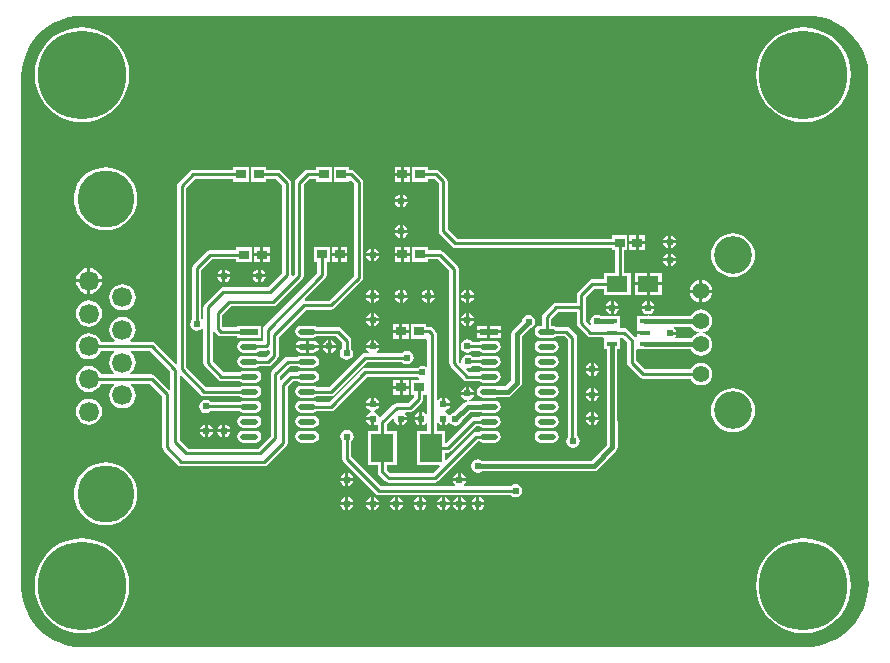
<source format=gtl>
G04*
G04 #@! TF.GenerationSoftware,Altium Limited,Altium Designer,20.1.10 (176)*
G04*
G04 Layer_Physical_Order=1*
G04 Layer_Color=255*
%FSLAX25Y25*%
%MOIN*%
G70*
G04*
G04 #@! TF.SameCoordinates,3FE8EB72-B5E6-4F20-A0E2-AFB057232DD4*
G04*
G04*
G04 #@! TF.FilePolarity,Positive*
G04*
G01*
G75*
%ADD10C,0.01000*%
%ADD15R,0.07480X0.09449*%
%ADD16R,0.05906X0.01968*%
%ADD17O,0.05906X0.01968*%
%ADD18R,0.03200X0.03000*%
%ADD19R,0.03543X0.01575*%
%ADD20R,0.07087X0.05315*%
%ADD32C,0.01500*%
%ADD33C,0.06653*%
%ADD34C,0.19000*%
%ADD35C,0.12598*%
%ADD36C,0.05512*%
%ADD37C,0.29528*%
%ADD38C,0.02400*%
G36*
X263931Y210461D02*
X266559Y210035D01*
X269109Y209271D01*
X271537Y208180D01*
X273802Y206781D01*
X275866Y205099D01*
X277692Y203161D01*
X279249Y201002D01*
X280511Y198658D01*
X281457Y196170D01*
X282070Y193579D01*
X282339Y190930D01*
X282300Y189600D01*
X282300D01*
X282300Y189106D01*
X282300Y22800D01*
X282300Y22800D01*
X282402Y21407D01*
X282239Y18619D01*
X281715Y15876D01*
X280837Y13224D01*
X279620Y10710D01*
X278085Y8377D01*
X276259Y6263D01*
X274173Y4406D01*
X271862Y2838D01*
X269366Y1584D01*
X266728Y667D01*
X263993Y102D01*
X262600Y-0D01*
Y-0D01*
X19600Y0D01*
X18266Y49D01*
X15634Y495D01*
X13083Y1280D01*
X10656Y2392D01*
X8395Y3811D01*
X6338Y5513D01*
X4522Y7469D01*
X2976Y9645D01*
X1727Y12004D01*
X797Y14506D01*
X201Y17109D01*
X-49Y19766D01*
X-0Y21100D01*
X-0D01*
X-0Y189200D01*
X0D01*
X-52Y190544D01*
X194Y193222D01*
X789Y195844D01*
X1720Y198367D01*
X2973Y200747D01*
X4526Y202943D01*
X6352Y204917D01*
X8420Y206636D01*
X10695Y208071D01*
X13137Y209196D01*
X15706Y209993D01*
X18356Y210448D01*
X19208Y210481D01*
X19700Y210500D01*
X19700Y210500D01*
X19700Y210500D01*
X262600D01*
X262600Y210500D01*
X262600Y210500D01*
X263931Y210461D01*
D02*
G37*
%LPC*%
G36*
X260700Y206612D02*
X258226Y206418D01*
X255814Y205839D01*
X253521Y204889D01*
X251406Y203593D01*
X249519Y201981D01*
X247907Y200094D01*
X246611Y197979D01*
X245661Y195686D01*
X245082Y193274D01*
X244887Y190800D01*
X245082Y188326D01*
X245661Y185914D01*
X246611Y183621D01*
X247907Y181506D01*
X249519Y179619D01*
X251406Y178007D01*
X253521Y176711D01*
X255814Y175761D01*
X258226Y175182D01*
X260700Y174987D01*
X263174Y175182D01*
X265586Y175761D01*
X267879Y176711D01*
X269994Y178007D01*
X271881Y179619D01*
X273493Y181506D01*
X274789Y183621D01*
X275739Y185914D01*
X276318Y188326D01*
X276513Y190800D01*
X276318Y193274D01*
X275739Y195686D01*
X274789Y197979D01*
X273493Y200094D01*
X271881Y201981D01*
X269994Y203593D01*
X267879Y204889D01*
X265586Y205839D01*
X263174Y206418D01*
X260700Y206612D01*
D02*
G37*
G36*
X20200D02*
X17726Y206418D01*
X15314Y205839D01*
X13021Y204889D01*
X10906Y203593D01*
X9019Y201981D01*
X7407Y200094D01*
X6111Y197979D01*
X5161Y195686D01*
X4582Y193274D01*
X4388Y190800D01*
X4582Y188326D01*
X5161Y185914D01*
X6111Y183621D01*
X7407Y181506D01*
X9019Y179619D01*
X10906Y178007D01*
X13021Y176711D01*
X15314Y175761D01*
X17726Y175182D01*
X20200Y174987D01*
X22674Y175182D01*
X25086Y175761D01*
X27379Y176711D01*
X29494Y178007D01*
X31381Y179619D01*
X32993Y181506D01*
X34289Y183621D01*
X35239Y185914D01*
X35818Y188326D01*
X36013Y190800D01*
X35818Y193274D01*
X35239Y195686D01*
X34289Y197979D01*
X32993Y200094D01*
X31381Y201981D01*
X29494Y203593D01*
X27379Y204889D01*
X25086Y205839D01*
X22674Y206418D01*
X20200Y206612D01*
D02*
G37*
G36*
X129597Y160196D02*
X127497D01*
Y158196D01*
X129597D01*
Y160196D01*
D02*
G37*
G36*
X126497D02*
X124397D01*
Y158196D01*
X126497D01*
Y160196D01*
D02*
G37*
G36*
X129597Y157196D02*
X127497D01*
Y155196D01*
X129597D01*
Y157196D01*
D02*
G37*
G36*
X126497D02*
X124397D01*
Y155196D01*
X126497D01*
Y157196D01*
D02*
G37*
G36*
X75797Y160196D02*
X70597D01*
Y159226D01*
X57297D01*
X56712Y159109D01*
X56216Y158778D01*
X52316Y154878D01*
X51984Y154382D01*
X51868Y153796D01*
Y94648D01*
X51406Y94457D01*
X44482Y101381D01*
X43985Y101713D01*
X43400Y101829D01*
X42104D01*
X42072Y101823D01*
X36492D01*
X36322Y102323D01*
X36774Y102670D01*
X37468Y103574D01*
X37904Y104627D01*
X38052Y105756D01*
X37904Y106886D01*
X37468Y107938D01*
X36774Y108842D01*
X35870Y109536D01*
X34818Y109972D01*
X33688Y110120D01*
X32559Y109972D01*
X31506Y109536D01*
X30602Y108842D01*
X29909Y107938D01*
X29473Y106886D01*
X29324Y105756D01*
X29473Y104627D01*
X29909Y103574D01*
X30602Y102670D01*
X31055Y102323D01*
X30885Y101823D01*
X26560D01*
X26286Y102485D01*
X25592Y103389D01*
X24688Y104083D01*
X23636Y104519D01*
X22506Y104667D01*
X21377Y104519D01*
X20324Y104083D01*
X19421Y103389D01*
X18727Y102485D01*
X18291Y101433D01*
X18142Y100303D01*
X18291Y99174D01*
X18727Y98121D01*
X19421Y97217D01*
X20324Y96524D01*
X21377Y96088D01*
X22506Y95939D01*
X23636Y96088D01*
X24688Y96524D01*
X25592Y97217D01*
X26286Y98121D01*
X26552Y98764D01*
X30861D01*
X31030Y98264D01*
X30602Y97936D01*
X29909Y97032D01*
X29473Y95980D01*
X29324Y94850D01*
X29473Y93721D01*
X29909Y92668D01*
X30602Y91764D01*
X31044Y91426D01*
X30874Y90926D01*
X26557D01*
X26286Y91579D01*
X25592Y92483D01*
X24688Y93177D01*
X23636Y93613D01*
X22506Y93761D01*
X21377Y93613D01*
X20324Y93177D01*
X19421Y92483D01*
X18727Y91579D01*
X18291Y90527D01*
X18142Y89397D01*
X18291Y88268D01*
X18727Y87215D01*
X19421Y86311D01*
X20324Y85618D01*
X21377Y85182D01*
X22506Y85033D01*
X23636Y85182D01*
X24688Y85618D01*
X25592Y86311D01*
X26286Y87215D01*
X26556Y87867D01*
X30870D01*
X31040Y87367D01*
X30602Y87031D01*
X29909Y86127D01*
X29473Y85075D01*
X29324Y83945D01*
X29473Y82816D01*
X29909Y81763D01*
X30602Y80859D01*
X31506Y80166D01*
X32559Y79730D01*
X33688Y79581D01*
X34818Y79730D01*
X35870Y80166D01*
X36774Y80859D01*
X37468Y81763D01*
X37904Y82816D01*
X38052Y83945D01*
X37904Y85075D01*
X37468Y86127D01*
X36774Y87031D01*
X36337Y87367D01*
X36506Y87867D01*
X42764D01*
X46968Y83663D01*
Y66600D01*
X47084Y66015D01*
X47416Y65519D01*
X52220Y60715D01*
X52716Y60383D01*
X53301Y60267D01*
X80997D01*
X81583Y60383D01*
X82079Y60715D01*
X88279Y66915D01*
X88610Y67411D01*
X88727Y67996D01*
Y86863D01*
X90531Y88667D01*
X92038D01*
X92546Y88327D01*
X93320Y88173D01*
X97257D01*
X98031Y88327D01*
X98688Y88766D01*
X99126Y89422D01*
X99280Y90196D01*
X99126Y90970D01*
X98688Y91627D01*
X98031Y92065D01*
X97257Y92219D01*
X93320D01*
X92546Y92065D01*
X92038Y91726D01*
X89897D01*
X89312Y91609D01*
X88816Y91278D01*
X86589Y89050D01*
X86127Y89242D01*
Y90363D01*
X89431Y93667D01*
X92038D01*
X92546Y93327D01*
X93320Y93173D01*
X97257D01*
X98031Y93327D01*
X98688Y93766D01*
X99126Y94422D01*
X99280Y95196D01*
X99126Y95970D01*
X98688Y96627D01*
X98031Y97065D01*
X97257Y97219D01*
X93320D01*
X92546Y97065D01*
X92038Y96726D01*
X88797D01*
X88212Y96609D01*
X87716Y96278D01*
X83516Y92078D01*
X83184Y91581D01*
X83068Y90996D01*
Y70531D01*
X78763Y66226D01*
X55637D01*
X52776Y69087D01*
Y90401D01*
X53238Y90593D01*
X59716Y84115D01*
X60212Y83783D01*
X60797Y83667D01*
X72746D01*
X73255Y83327D01*
X74029Y83173D01*
X77966D01*
X78740Y83327D01*
X79396Y83766D01*
X79835Y84422D01*
X79989Y85196D01*
X79835Y85970D01*
X79396Y86627D01*
X78740Y87065D01*
X77966Y87219D01*
X74029D01*
X73255Y87065D01*
X72746Y86726D01*
X61431D01*
X54927Y93230D01*
Y153163D01*
X57931Y156167D01*
X70597D01*
Y155196D01*
X75797D01*
Y160196D01*
D02*
G37*
G36*
X127097Y150940D02*
Y149296D01*
X128741D01*
X128670Y149655D01*
X128183Y150382D01*
X127456Y150869D01*
X127097Y150940D01*
D02*
G37*
G36*
X126097D02*
X125739Y150869D01*
X125011Y150382D01*
X124525Y149655D01*
X124454Y149296D01*
X126097D01*
Y150940D01*
D02*
G37*
G36*
X128741Y148296D02*
X127097D01*
Y146653D01*
X127456Y146724D01*
X128183Y147210D01*
X128670Y147938D01*
X128741Y148296D01*
D02*
G37*
G36*
X126097D02*
X124454D01*
X124525Y147938D01*
X125011Y147210D01*
X125739Y146724D01*
X126097Y146653D01*
Y148296D01*
D02*
G37*
G36*
X127097Y140740D02*
Y139096D01*
X128741D01*
X128670Y139455D01*
X128183Y140182D01*
X127456Y140669D01*
X127097Y140740D01*
D02*
G37*
G36*
X126097D02*
X125739Y140669D01*
X125011Y140182D01*
X124525Y139455D01*
X124454Y139096D01*
X126097D01*
Y140740D01*
D02*
G37*
G36*
X28097Y160029D02*
X26450Y159899D01*
X24843Y159513D01*
X23316Y158881D01*
X21906Y158017D01*
X20650Y156944D01*
X19576Y155687D01*
X18713Y154278D01*
X18080Y152751D01*
X17695Y151144D01*
X17565Y149496D01*
X17695Y147849D01*
X18080Y146241D01*
X18713Y144715D01*
X19576Y143305D01*
X20650Y142049D01*
X21906Y140975D01*
X23316Y140112D01*
X24843Y139479D01*
X26450Y139093D01*
X28097Y138964D01*
X29745Y139093D01*
X31352Y139479D01*
X32879Y140112D01*
X34288Y140975D01*
X35545Y142049D01*
X36618Y143305D01*
X37482Y144715D01*
X38114Y146241D01*
X38500Y147849D01*
X38630Y149496D01*
X38500Y151144D01*
X38114Y152751D01*
X37482Y154278D01*
X36618Y155687D01*
X35545Y156944D01*
X34288Y158017D01*
X32879Y158881D01*
X31352Y159513D01*
X29745Y159899D01*
X28097Y160029D01*
D02*
G37*
G36*
X128741Y138096D02*
X127097D01*
Y136453D01*
X127456Y136524D01*
X128183Y137010D01*
X128670Y137738D01*
X128741Y138096D01*
D02*
G37*
G36*
X126097D02*
X124454D01*
X124525Y137738D01*
X125011Y137010D01*
X125739Y136524D01*
X126097Y136453D01*
Y138096D01*
D02*
G37*
G36*
X216597Y137240D02*
Y135596D01*
X218241D01*
X218170Y135955D01*
X217684Y136682D01*
X216956Y137169D01*
X216597Y137240D01*
D02*
G37*
G36*
X215597D02*
X215239Y137169D01*
X214511Y136682D01*
X214025Y135955D01*
X213954Y135596D01*
X215597D01*
Y137240D01*
D02*
G37*
G36*
X207897Y137296D02*
X205797D01*
Y135296D01*
X207897D01*
Y137296D01*
D02*
G37*
G36*
X204797D02*
X202697D01*
Y135296D01*
X204797D01*
Y137296D01*
D02*
G37*
G36*
X218241Y134596D02*
X216597D01*
Y132953D01*
X216956Y133024D01*
X217684Y133510D01*
X218170Y134238D01*
X218241Y134596D01*
D02*
G37*
G36*
X215597D02*
X213954D01*
X214025Y134238D01*
X214511Y133510D01*
X215239Y133024D01*
X215597Y132953D01*
Y134596D01*
D02*
G37*
G36*
X207897Y134296D02*
X205797D01*
Y132296D01*
X207897D01*
Y134296D01*
D02*
G37*
G36*
X204797D02*
X202697D01*
Y132296D01*
X204797D01*
Y134296D01*
D02*
G37*
G36*
X108697Y133496D02*
X106597D01*
Y131496D01*
X108697D01*
Y133496D01*
D02*
G37*
G36*
X129597D02*
X127497D01*
Y131496D01*
X129597D01*
Y133496D01*
D02*
G37*
G36*
X126497D02*
X124397D01*
Y131496D01*
X126497D01*
Y133496D01*
D02*
G37*
G36*
X105597D02*
X103497D01*
Y131496D01*
X105597D01*
Y133496D01*
D02*
G37*
G36*
X82797Y133296D02*
X80697D01*
Y131296D01*
X82797D01*
Y133296D01*
D02*
G37*
G36*
X117597Y132940D02*
Y131296D01*
X119241D01*
X119170Y131655D01*
X118684Y132382D01*
X117956Y132869D01*
X117597Y132940D01*
D02*
G37*
G36*
X116597D02*
X116239Y132869D01*
X115511Y132382D01*
X115025Y131655D01*
X114954Y131296D01*
X116597D01*
Y132940D01*
D02*
G37*
G36*
X79697Y133296D02*
X77597D01*
Y131296D01*
X79697D01*
Y133296D01*
D02*
G37*
G36*
X216597Y131240D02*
Y129596D01*
X218241D01*
X218170Y129955D01*
X217684Y130682D01*
X216956Y131169D01*
X216597Y131240D01*
D02*
G37*
G36*
X215597D02*
X215239Y131169D01*
X214511Y130682D01*
X214025Y129955D01*
X213954Y129596D01*
X215597D01*
Y131240D01*
D02*
G37*
G36*
X119241Y130296D02*
X117597D01*
Y128653D01*
X117956Y128724D01*
X118684Y129210D01*
X119170Y129938D01*
X119241Y130296D01*
D02*
G37*
G36*
X116597D02*
X114954D01*
X115025Y129938D01*
X115511Y129210D01*
X116239Y128724D01*
X116597Y128653D01*
Y130296D01*
D02*
G37*
G36*
X129597Y130496D02*
X127497D01*
Y128496D01*
X129597D01*
Y130496D01*
D02*
G37*
G36*
X126497D02*
X124397D01*
Y128496D01*
X126497D01*
Y130496D01*
D02*
G37*
G36*
X108697D02*
X106597D01*
Y128496D01*
X108697D01*
Y130496D01*
D02*
G37*
G36*
X105597D02*
X103497D01*
Y128496D01*
X105597D01*
Y130496D01*
D02*
G37*
G36*
X82797Y130296D02*
X80697D01*
Y128296D01*
X82797D01*
Y130296D01*
D02*
G37*
G36*
X79697D02*
X77597D01*
Y128296D01*
X79697D01*
Y130296D01*
D02*
G37*
G36*
X218241Y128596D02*
X216597D01*
Y126953D01*
X216956Y127024D01*
X217684Y127510D01*
X218170Y128238D01*
X218241Y128596D01*
D02*
G37*
G36*
X215597D02*
X213954D01*
X214025Y128238D01*
X214511Y127510D01*
X215239Y127024D01*
X215597Y126953D01*
Y128596D01*
D02*
G37*
G36*
X79797Y125940D02*
Y124296D01*
X81441D01*
X81370Y124655D01*
X80884Y125382D01*
X80156Y125869D01*
X79797Y125940D01*
D02*
G37*
G36*
X78797D02*
X78439Y125869D01*
X77711Y125382D01*
X77225Y124655D01*
X77154Y124296D01*
X78797D01*
Y125940D01*
D02*
G37*
G36*
X67997D02*
Y124296D01*
X69641D01*
X69570Y124655D01*
X69083Y125382D01*
X68356Y125869D01*
X67997Y125940D01*
D02*
G37*
G36*
X66997D02*
X66639Y125869D01*
X65911Y125382D01*
X65425Y124655D01*
X65354Y124296D01*
X66997D01*
Y125940D01*
D02*
G37*
G36*
X103397Y160196D02*
X98197D01*
Y159226D01*
X95397D01*
X94812Y159109D01*
X94316Y158778D01*
X91516Y155978D01*
X91184Y155482D01*
X91068Y154896D01*
Y124430D01*
X90487Y123849D01*
X90027Y124095D01*
X90027Y124096D01*
Y154796D01*
X89910Y155382D01*
X89579Y155878D01*
X86679Y158778D01*
X86183Y159109D01*
X85597Y159226D01*
X81697D01*
Y160196D01*
X76497D01*
Y155196D01*
X81697D01*
Y156167D01*
X84964D01*
X86968Y154163D01*
Y124730D01*
X82164Y119926D01*
X67297D01*
X66712Y119809D01*
X66216Y119478D01*
X61116Y114378D01*
X60784Y113882D01*
X60668Y113296D01*
Y109763D01*
X60168Y109523D01*
X60027Y109635D01*
Y125863D01*
X63431Y129267D01*
X71697D01*
Y128296D01*
X76897D01*
Y133296D01*
X71697D01*
Y132326D01*
X62797D01*
X62212Y132209D01*
X61716Y131878D01*
X57416Y127578D01*
X57084Y127082D01*
X56968Y126496D01*
Y109320D01*
X56911Y109282D01*
X56425Y108555D01*
X56254Y107696D01*
X56425Y106838D01*
X56911Y106110D01*
X57639Y105624D01*
X58497Y105453D01*
X59356Y105624D01*
X60084Y106110D01*
X60168Y106237D01*
X60668Y106085D01*
Y94696D01*
X60784Y94111D01*
X61116Y93615D01*
X65616Y89115D01*
X66112Y88783D01*
X66697Y88667D01*
X72746D01*
X73255Y88327D01*
X74029Y88173D01*
X77966D01*
X78740Y88327D01*
X79396Y88766D01*
X79835Y89422D01*
X79989Y90196D01*
X79835Y90970D01*
X79396Y91627D01*
X78740Y92065D01*
X77966Y92219D01*
X74029D01*
X73255Y92065D01*
X72746Y91726D01*
X67331D01*
X63727Y95330D01*
Y105232D01*
X64227Y105384D01*
X64416Y105101D01*
X65402Y104115D01*
X65898Y103783D01*
X66483Y103667D01*
X72045D01*
Y103212D01*
X79950D01*
Y107180D01*
X72045D01*
Y106726D01*
X67117D01*
X67027Y106816D01*
Y110763D01*
X69931Y113667D01*
X83997D01*
X84583Y113783D01*
X85079Y114115D01*
X93679Y122715D01*
X94010Y123211D01*
X94127Y123796D01*
Y154263D01*
X96031Y156167D01*
X98197D01*
Y155196D01*
X103397D01*
Y160196D01*
D02*
G37*
G36*
X237197Y138031D02*
X235767Y137890D01*
X234391Y137472D01*
X233122Y136795D01*
X232011Y135882D01*
X231099Y134771D01*
X230421Y133503D01*
X230004Y132127D01*
X229863Y130696D01*
X230004Y129265D01*
X230421Y127889D01*
X231099Y126621D01*
X232011Y125510D01*
X233122Y124598D01*
X234391Y123920D01*
X235767Y123503D01*
X237197Y123362D01*
X238628Y123503D01*
X240004Y123920D01*
X241272Y124598D01*
X242384Y125510D01*
X243296Y126621D01*
X243974Y127889D01*
X244391Y129265D01*
X244532Y130696D01*
X244391Y132127D01*
X243974Y133503D01*
X243296Y134771D01*
X242384Y135882D01*
X241272Y136795D01*
X240004Y137472D01*
X238628Y137890D01*
X237197Y138031D01*
D02*
G37*
G36*
X23006Y126412D02*
Y122614D01*
X26805D01*
X26722Y123244D01*
X26286Y124296D01*
X25592Y125200D01*
X24688Y125894D01*
X23636Y126330D01*
X23006Y126412D01*
D02*
G37*
G36*
X22006Y126412D02*
X21377Y126330D01*
X20324Y125894D01*
X19421Y125200D01*
X18727Y124296D01*
X18291Y123244D01*
X18208Y122614D01*
X22006D01*
Y126412D01*
D02*
G37*
G36*
X81441Y123296D02*
X79797D01*
Y121653D01*
X80156Y121724D01*
X80884Y122210D01*
X81370Y122938D01*
X81441Y123296D01*
D02*
G37*
G36*
X78797D02*
X77154D01*
X77225Y122938D01*
X77711Y122210D01*
X78439Y121724D01*
X78797Y121653D01*
Y123296D01*
D02*
G37*
G36*
X69641D02*
X67997D01*
Y121653D01*
X68356Y121724D01*
X69083Y122210D01*
X69570Y122938D01*
X69641Y123296D01*
D02*
G37*
G36*
X66997D02*
X65354D01*
X65425Y122938D01*
X65911Y122210D01*
X66639Y121724D01*
X66997Y121653D01*
Y123296D01*
D02*
G37*
G36*
X213541Y124754D02*
X209497D01*
Y121596D01*
X213541D01*
Y124754D01*
D02*
G37*
G36*
X208497D02*
X204454D01*
Y121596D01*
X208497D01*
Y124754D01*
D02*
G37*
G36*
X226997Y122359D02*
Y119136D01*
X230220D01*
X230157Y119617D01*
X229778Y120530D01*
X229176Y121315D01*
X228392Y121917D01*
X227478Y122295D01*
X226997Y122359D01*
D02*
G37*
G36*
X225997D02*
X225517Y122295D01*
X224603Y121917D01*
X223819Y121315D01*
X223217Y120530D01*
X222838Y119617D01*
X222775Y119136D01*
X225997D01*
Y122359D01*
D02*
G37*
G36*
X26805Y121614D02*
X23006D01*
Y117816D01*
X23636Y117899D01*
X24688Y118335D01*
X25592Y119028D01*
X26286Y119932D01*
X26722Y120985D01*
X26805Y121614D01*
D02*
G37*
G36*
X22006D02*
X18208D01*
X18291Y120985D01*
X18727Y119932D01*
X19421Y119028D01*
X20324Y118335D01*
X21377Y117899D01*
X22006Y117816D01*
Y121614D01*
D02*
G37*
G36*
X149197Y119140D02*
Y117496D01*
X150841D01*
X150770Y117855D01*
X150284Y118582D01*
X149556Y119069D01*
X149197Y119140D01*
D02*
G37*
G36*
X148197D02*
X147839Y119069D01*
X147111Y118582D01*
X146625Y117855D01*
X146554Y117496D01*
X148197D01*
Y119140D01*
D02*
G37*
G36*
X136097D02*
Y117496D01*
X137741D01*
X137670Y117855D01*
X137183Y118582D01*
X136456Y119069D01*
X136097Y119140D01*
D02*
G37*
G36*
X135097D02*
X134739Y119069D01*
X134011Y118582D01*
X133525Y117855D01*
X133454Y117496D01*
X135097D01*
Y119140D01*
D02*
G37*
G36*
X127097D02*
Y117496D01*
X128741D01*
X128670Y117855D01*
X128183Y118582D01*
X127456Y119069D01*
X127097Y119140D01*
D02*
G37*
G36*
X126097D02*
X125739Y119069D01*
X125011Y118582D01*
X124525Y117855D01*
X124454Y117496D01*
X126097D01*
Y119140D01*
D02*
G37*
G36*
X117597D02*
Y117496D01*
X119241D01*
X119170Y117855D01*
X118684Y118582D01*
X117956Y119069D01*
X117597Y119140D01*
D02*
G37*
G36*
X116597D02*
X116239Y119069D01*
X115511Y118582D01*
X115025Y117855D01*
X114954Y117496D01*
X116597D01*
Y119140D01*
D02*
G37*
G36*
X213541Y120596D02*
X209497D01*
Y117439D01*
X213541D01*
Y120596D01*
D02*
G37*
G36*
X208497D02*
X204454D01*
Y117439D01*
X208497D01*
Y120596D01*
D02*
G37*
G36*
X135497Y160196D02*
X130297D01*
Y155196D01*
X135497D01*
Y156167D01*
X137564D01*
X139068Y154663D01*
Y138696D01*
X139184Y138111D01*
X139516Y137615D01*
X143616Y133515D01*
X144112Y133183D01*
X144697Y133067D01*
X196797D01*
Y132296D01*
X197868D01*
Y124754D01*
X194139D01*
Y122626D01*
X190297D01*
X189712Y122509D01*
X189216Y122178D01*
X185516Y118478D01*
X185184Y117982D01*
X185068Y117396D01*
Y114826D01*
X178297D01*
X177712Y114709D01*
X177216Y114378D01*
X174007Y111169D01*
X173676Y110673D01*
X173559Y110088D01*
Y107219D01*
X173120D01*
X172346Y107065D01*
X171690Y106627D01*
X171251Y105970D01*
X171097Y105196D01*
X171251Y104422D01*
X171690Y103766D01*
X172346Y103327D01*
X173120Y103173D01*
X177057D01*
X177831Y103327D01*
X178340Y103667D01*
X181064D01*
X182168Y102563D01*
Y70068D01*
X181825Y69555D01*
X181654Y68696D01*
X181825Y67838D01*
X182311Y67110D01*
X183039Y66624D01*
X183897Y66453D01*
X184756Y66624D01*
X185484Y67110D01*
X185970Y67838D01*
X186141Y68696D01*
X185970Y69555D01*
X185484Y70282D01*
X185227Y70454D01*
Y103196D01*
X185110Y103781D01*
X184779Y104278D01*
X182779Y106278D01*
X182283Y106609D01*
X181697Y106726D01*
X178340D01*
X177831Y107065D01*
X177057Y107219D01*
X176618D01*
Y109454D01*
X178931Y111767D01*
X185068D01*
Y107996D01*
X185184Y107411D01*
X185516Y106915D01*
X188616Y103815D01*
X189112Y103483D01*
X189697Y103367D01*
X193929D01*
X194114Y102943D01*
X194114Y102609D01*
Y99369D01*
X195101D01*
Y75408D01*
X195213Y74846D01*
Y67335D01*
X190058Y62181D01*
X153487D01*
X153056Y62469D01*
X152197Y62639D01*
X151339Y62469D01*
X150611Y61982D01*
X150125Y61255D01*
X149954Y60396D01*
X150125Y59538D01*
X150611Y58810D01*
X151339Y58324D01*
X152197Y58153D01*
X153056Y58324D01*
X153487Y58612D01*
X190797D01*
X191480Y58748D01*
X192059Y59135D01*
X198259Y65334D01*
X198259Y65334D01*
X198646Y65913D01*
X198782Y66596D01*
Y75296D01*
X198670Y75858D01*
Y99369D01*
X199657D01*
Y102609D01*
X199657Y102943D01*
X199802Y103275D01*
X200304Y103327D01*
X201868Y101763D01*
Y94896D01*
X201984Y94311D01*
X202316Y93815D01*
X206136Y89995D01*
X206632Y89663D01*
X207217Y89547D01*
X223065D01*
X223217Y89182D01*
X223819Y88398D01*
X224603Y87795D01*
X225517Y87417D01*
X226497Y87288D01*
X227478Y87417D01*
X228392Y87795D01*
X229176Y88398D01*
X229778Y89182D01*
X230157Y90096D01*
X230286Y91076D01*
X230157Y92057D01*
X229778Y92970D01*
X229176Y93755D01*
X228392Y94357D01*
X227478Y94735D01*
X226497Y94864D01*
X225517Y94735D01*
X224603Y94357D01*
X223819Y93755D01*
X223217Y92970D01*
X223065Y92606D01*
X207851D01*
X204927Y95530D01*
Y98956D01*
X205137Y99369D01*
X205427Y99369D01*
X207774D01*
X207947Y99334D01*
X223087D01*
X223217Y99022D01*
X223819Y98238D01*
X224603Y97635D01*
X225517Y97257D01*
X226497Y97128D01*
X227478Y97257D01*
X228392Y97635D01*
X229176Y98238D01*
X229778Y99022D01*
X230157Y99936D01*
X230286Y100916D01*
X230157Y101897D01*
X229778Y102810D01*
X229176Y103595D01*
X228392Y104197D01*
X227478Y104575D01*
X227260Y104604D01*
Y105108D01*
X227478Y105137D01*
X228392Y105515D01*
X229176Y106117D01*
X229778Y106902D01*
X230157Y107816D01*
X230286Y108796D01*
X230157Y109777D01*
X229778Y110690D01*
X229176Y111475D01*
X228392Y112077D01*
X227478Y112455D01*
X226497Y112584D01*
X225517Y112455D01*
X224603Y112077D01*
X223819Y111475D01*
X223217Y110690D01*
X223120Y110458D01*
X209054D01*
X209005Y110958D01*
X209257Y111008D01*
X209756Y111107D01*
X210484Y111594D01*
X210970Y112321D01*
X211041Y112680D01*
X206754D01*
X206825Y112321D01*
X207311Y111594D01*
X208039Y111107D01*
X208537Y111008D01*
X208790Y110958D01*
X208741Y110458D01*
X207947D01*
X207774Y110424D01*
X205137D01*
Y107184D01*
X205137Y106849D01*
X205137Y106349D01*
Y105396D01*
X207909D01*
Y104396D01*
X205137D01*
Y103392D01*
X204638Y103240D01*
X204479Y103478D01*
X201979Y105978D01*
X201483Y106309D01*
X200897Y106426D01*
X199842D01*
X199657Y106849D01*
X199657Y106849D01*
X199657D01*
X199657Y106849D01*
Y110424D01*
X194114D01*
Y110421D01*
X193127D01*
X192756Y110669D01*
X191897Y110839D01*
X191039Y110669D01*
X190311Y110182D01*
X189825Y109455D01*
X189654Y108596D01*
X189825Y107738D01*
X190025Y107439D01*
X189637Y107120D01*
X188127Y108630D01*
Y112696D01*
Y116763D01*
X190931Y119567D01*
X194139D01*
Y117439D01*
X203226D01*
Y124754D01*
X200927D01*
Y132296D01*
X201997D01*
Y137296D01*
X196797D01*
Y136126D01*
X145331D01*
X142127Y139330D01*
Y155296D01*
X142010Y155882D01*
X141679Y156378D01*
X139279Y158778D01*
X138783Y159109D01*
X138197Y159226D01*
X135497D01*
Y160196D01*
D02*
G37*
G36*
X109297D02*
X104097D01*
Y155196D01*
X109297D01*
Y155380D01*
X109759Y155571D01*
X110968Y154363D01*
Y123830D01*
X102664Y115526D01*
X94597D01*
X94390Y116026D01*
X101279Y122915D01*
X101610Y123411D01*
X101727Y123996D01*
Y128496D01*
X102797D01*
Y133496D01*
X97597D01*
Y128496D01*
X98668D01*
Y124630D01*
X81016Y106978D01*
X80684Y106482D01*
X80568Y105896D01*
Y101918D01*
X78960D01*
X78740Y102065D01*
X77966Y102219D01*
X74029D01*
X73255Y102065D01*
X72598Y101627D01*
X72160Y100970D01*
X72006Y100196D01*
X72160Y99422D01*
X72598Y98766D01*
X73255Y98327D01*
X74029Y98173D01*
X77966D01*
X78740Y98327D01*
X79396Y98766D01*
X79459Y98860D01*
X81512D01*
X82097Y98976D01*
X82268Y99090D01*
X82768Y98823D01*
Y97830D01*
X81664Y96726D01*
X79248D01*
X78740Y97065D01*
X77966Y97219D01*
X74029D01*
X73255Y97065D01*
X72598Y96627D01*
X72160Y95970D01*
X72006Y95196D01*
X72160Y94422D01*
X72598Y93766D01*
X73255Y93327D01*
X74029Y93173D01*
X77966D01*
X78740Y93327D01*
X79248Y93667D01*
X82297D01*
X82883Y93783D01*
X83379Y94115D01*
X85379Y96115D01*
X85710Y96611D01*
X85827Y97196D01*
Y103463D01*
X94831Y112467D01*
X103297D01*
X103883Y112583D01*
X104379Y112915D01*
X113579Y122115D01*
X113910Y122611D01*
X114027Y123196D01*
Y154996D01*
X113910Y155581D01*
X113579Y156078D01*
X110879Y158778D01*
X110383Y159109D01*
X109797Y159226D01*
X109297D01*
Y160196D01*
D02*
G37*
G36*
X230220Y118136D02*
X226997D01*
Y114914D01*
X227478Y114977D01*
X228392Y115355D01*
X229176Y115957D01*
X229778Y116742D01*
X230157Y117656D01*
X230220Y118136D01*
D02*
G37*
G36*
X225997D02*
X222775D01*
X222838Y117656D01*
X223217Y116742D01*
X223819Y115957D01*
X224603Y115355D01*
X225517Y114977D01*
X225997Y114914D01*
Y118136D01*
D02*
G37*
G36*
X150841Y116496D02*
X149197D01*
Y114853D01*
X149556Y114924D01*
X150284Y115410D01*
X150770Y116138D01*
X150841Y116496D01*
D02*
G37*
G36*
X148197D02*
X146554D01*
X146625Y116138D01*
X147111Y115410D01*
X147839Y114924D01*
X148197Y114853D01*
Y116496D01*
D02*
G37*
G36*
X137741D02*
X136097D01*
Y114853D01*
X136456Y114924D01*
X137183Y115410D01*
X137670Y116138D01*
X137741Y116496D01*
D02*
G37*
G36*
X135097D02*
X133454D01*
X133525Y116138D01*
X134011Y115410D01*
X134739Y114924D01*
X135097Y114853D01*
Y116496D01*
D02*
G37*
G36*
X128741D02*
X127097D01*
Y114853D01*
X127456Y114924D01*
X128183Y115410D01*
X128670Y116138D01*
X128741Y116496D01*
D02*
G37*
G36*
X126097D02*
X124454D01*
X124525Y116138D01*
X125011Y115410D01*
X125739Y114924D01*
X126097Y114853D01*
Y116496D01*
D02*
G37*
G36*
X119241D02*
X117597D01*
Y114853D01*
X117956Y114924D01*
X118684Y115410D01*
X119170Y116138D01*
X119241Y116496D01*
D02*
G37*
G36*
X116597D02*
X114954D01*
X115025Y116138D01*
X115511Y115410D01*
X116239Y114924D01*
X116597Y114853D01*
Y116496D01*
D02*
G37*
G36*
X209397Y115323D02*
Y113680D01*
X211041D01*
X210970Y114038D01*
X210484Y114766D01*
X209756Y115252D01*
X209397Y115323D01*
D02*
G37*
G36*
X208397D02*
X208039Y115252D01*
X207311Y114766D01*
X206825Y114038D01*
X206754Y113680D01*
X208397D01*
Y115323D01*
D02*
G37*
G36*
X197430D02*
Y113680D01*
X199074D01*
X199002Y114038D01*
X198516Y114766D01*
X197788Y115252D01*
X197430Y115323D01*
D02*
G37*
G36*
X196430D02*
X196072Y115252D01*
X195344Y114766D01*
X194858Y114038D01*
X194786Y113680D01*
X196430D01*
Y115323D01*
D02*
G37*
G36*
X33688Y121025D02*
X32559Y120877D01*
X31506Y120441D01*
X30602Y119747D01*
X29909Y118843D01*
X29473Y117791D01*
X29324Y116661D01*
X29473Y115532D01*
X29909Y114479D01*
X30602Y113575D01*
X31506Y112882D01*
X32559Y112446D01*
X33688Y112297D01*
X34818Y112446D01*
X35870Y112882D01*
X36774Y113575D01*
X37468Y114479D01*
X37904Y115532D01*
X38052Y116661D01*
X37904Y117791D01*
X37468Y118843D01*
X36774Y119747D01*
X35870Y120441D01*
X34818Y120877D01*
X33688Y121025D01*
D02*
G37*
G36*
X199074Y112680D02*
X197430D01*
Y111036D01*
X197788Y111107D01*
X198516Y111594D01*
X199002Y112321D01*
X199074Y112680D01*
D02*
G37*
G36*
X196430D02*
X194786D01*
X194858Y112321D01*
X195344Y111594D01*
X196072Y111107D01*
X196430Y111036D01*
Y112680D01*
D02*
G37*
G36*
X149197Y111340D02*
Y109696D01*
X150841D01*
X150770Y110055D01*
X150284Y110782D01*
X149556Y111269D01*
X149197Y111340D01*
D02*
G37*
G36*
X148197D02*
X147839Y111269D01*
X147111Y110782D01*
X146625Y110055D01*
X146554Y109696D01*
X148197D01*
Y111340D01*
D02*
G37*
G36*
X117597D02*
Y109696D01*
X119241D01*
X119170Y110055D01*
X118684Y110782D01*
X117956Y111269D01*
X117597Y111340D01*
D02*
G37*
G36*
X116597D02*
X116239Y111269D01*
X115511Y110782D01*
X115025Y110055D01*
X114954Y109696D01*
X116597D01*
Y111340D01*
D02*
G37*
G36*
X150841Y108696D02*
X149197D01*
Y107053D01*
X149556Y107124D01*
X150284Y107610D01*
X150770Y108338D01*
X150841Y108696D01*
D02*
G37*
G36*
X148197D02*
X146554D01*
X146625Y108338D01*
X147111Y107610D01*
X147839Y107124D01*
X148197Y107053D01*
Y108696D01*
D02*
G37*
G36*
X119241D02*
X117597D01*
Y107053D01*
X117956Y107124D01*
X118684Y107610D01*
X119170Y108338D01*
X119241Y108696D01*
D02*
G37*
G36*
X116597D02*
X114954D01*
X115025Y108338D01*
X115511Y107610D01*
X116239Y107124D01*
X116597Y107053D01*
Y108696D01*
D02*
G37*
G36*
X22506Y115573D02*
X21377Y115425D01*
X20324Y114989D01*
X19421Y114295D01*
X18727Y113391D01*
X18291Y112339D01*
X18142Y111209D01*
X18291Y110080D01*
X18727Y109027D01*
X19421Y108123D01*
X20324Y107430D01*
X21377Y106994D01*
X22506Y106845D01*
X23636Y106994D01*
X24688Y107430D01*
X25592Y108123D01*
X26286Y109027D01*
X26722Y110080D01*
X26871Y111209D01*
X26722Y112339D01*
X26286Y113391D01*
X25592Y114295D01*
X24688Y114989D01*
X23636Y115425D01*
X22506Y115573D01*
D02*
G37*
G36*
X129097Y107781D02*
X126997D01*
Y105781D01*
X129097D01*
Y107781D01*
D02*
G37*
G36*
X125997D02*
X123897D01*
Y105781D01*
X125997D01*
Y107781D01*
D02*
G37*
G36*
X159750Y107180D02*
X156297D01*
Y105696D01*
X159750D01*
Y107180D01*
D02*
G37*
G36*
X155297D02*
X151845D01*
Y105696D01*
X155297D01*
Y107180D01*
D02*
G37*
G36*
X159750Y104696D02*
X156297D01*
Y103212D01*
X159750D01*
Y104696D01*
D02*
G37*
G36*
X155297D02*
X151845D01*
Y103212D01*
X155297D01*
Y104696D01*
D02*
G37*
G36*
X129097Y104781D02*
X126997D01*
Y102781D01*
X129097D01*
Y104781D01*
D02*
G37*
G36*
X125997D02*
X123897D01*
Y102781D01*
X125997D01*
Y104781D01*
D02*
G37*
G36*
X117597Y102440D02*
Y100796D01*
X119241D01*
X119170Y101155D01*
X118684Y101882D01*
X117956Y102369D01*
X117597Y102440D01*
D02*
G37*
G36*
X116597D02*
X116239Y102369D01*
X115511Y101882D01*
X115025Y101155D01*
X114954Y100796D01*
X116597D01*
Y102440D01*
D02*
G37*
G36*
X103197D02*
Y100796D01*
X104841D01*
X104770Y101155D01*
X104283Y101882D01*
X103556Y102369D01*
X103197Y102440D01*
D02*
G37*
G36*
X102197D02*
X101839Y102369D01*
X101111Y101882D01*
X100625Y101155D01*
X100554Y100796D01*
X102197D01*
Y102440D01*
D02*
G37*
G36*
X97257Y102219D02*
X95789D01*
Y100696D01*
X99181D01*
X99126Y100970D01*
X98688Y101627D01*
X98031Y102065D01*
X97257Y102219D01*
D02*
G37*
G36*
X94789D02*
X93320D01*
X92546Y102065D01*
X91890Y101627D01*
X91451Y100970D01*
X91397Y100696D01*
X94789D01*
Y102219D01*
D02*
G37*
G36*
X177057D02*
X173120D01*
X172346Y102065D01*
X171690Y101627D01*
X171251Y100970D01*
X171097Y100196D01*
X171251Y99422D01*
X171690Y98766D01*
X172346Y98327D01*
X173120Y98173D01*
X177057D01*
X177831Y98327D01*
X178488Y98766D01*
X178926Y99422D01*
X179080Y100196D01*
X178926Y100970D01*
X178488Y101627D01*
X177831Y102065D01*
X177057Y102219D01*
D02*
G37*
G36*
X148697Y102639D02*
X147839Y102469D01*
X147111Y101982D01*
X146625Y101255D01*
X146454Y100396D01*
X146625Y99538D01*
X147111Y98810D01*
X147839Y98324D01*
X148697Y98153D01*
X149556Y98324D01*
X150219Y98767D01*
X152398D01*
X152398Y98766D01*
X153055Y98327D01*
X153829Y98173D01*
X157766D01*
X158540Y98327D01*
X159196Y98766D01*
X159635Y99422D01*
X159789Y100196D01*
X159635Y100970D01*
X159196Y101627D01*
X158540Y102065D01*
X157766Y102219D01*
X153829D01*
X153055Y102065D01*
X152696Y101826D01*
X150388D01*
X150284Y101982D01*
X149556Y102469D01*
X148697Y102639D01*
D02*
G37*
G36*
X99181Y99696D02*
X95789D01*
Y98173D01*
X97257D01*
X98031Y98327D01*
X98688Y98766D01*
X99126Y99422D01*
X99181Y99696D01*
D02*
G37*
G36*
X94789D02*
X91397D01*
X91451Y99422D01*
X91890Y98766D01*
X92546Y98327D01*
X93320Y98173D01*
X94789D01*
Y99696D01*
D02*
G37*
G36*
X104841Y99796D02*
X103197D01*
Y98153D01*
X103556Y98224D01*
X104283Y98710D01*
X104770Y99438D01*
X104841Y99796D01*
D02*
G37*
G36*
X102197D02*
X100554D01*
X100625Y99438D01*
X101111Y98710D01*
X101839Y98224D01*
X102197Y98153D01*
Y99796D01*
D02*
G37*
G36*
X97257Y107219D02*
X93320D01*
X92546Y107065D01*
X91890Y106627D01*
X91451Y105970D01*
X91297Y105196D01*
X91451Y104422D01*
X91890Y103766D01*
X92546Y103327D01*
X93320Y103173D01*
X97257D01*
X98031Y103327D01*
X98540Y103667D01*
X104864D01*
X106968Y101563D01*
Y99687D01*
X106811Y99582D01*
X106325Y98855D01*
X106154Y97996D01*
X106325Y97138D01*
X106811Y96410D01*
X107539Y95924D01*
X108397Y95753D01*
X109256Y95924D01*
X109984Y96410D01*
X110470Y97138D01*
X110641Y97996D01*
X110470Y98855D01*
X110027Y99518D01*
Y102196D01*
X109910Y102781D01*
X109579Y103278D01*
X106579Y106278D01*
X106083Y106609D01*
X105497Y106726D01*
X98540D01*
X98031Y107065D01*
X97257Y107219D01*
D02*
G37*
G36*
X119241Y99796D02*
X114954D01*
X115025Y99438D01*
X115511Y98710D01*
X115787Y98526D01*
X115636Y98026D01*
X114497D01*
X113912Y97909D01*
X113416Y97578D01*
X102564Y86726D01*
X98540D01*
X98031Y87065D01*
X97257Y87219D01*
X93320D01*
X92546Y87065D01*
X91890Y86627D01*
X91451Y85970D01*
X91297Y85196D01*
X91451Y84422D01*
X91890Y83766D01*
X92546Y83327D01*
X93320Y83173D01*
X97257D01*
X98031Y83327D01*
X98540Y83667D01*
X103197D01*
X103783Y83783D01*
X104279Y84115D01*
X115131Y94967D01*
X126873D01*
X126911Y94910D01*
X127639Y94424D01*
X128497Y94253D01*
X129356Y94424D01*
X130084Y94910D01*
X130570Y95638D01*
X130740Y96496D01*
X130570Y97355D01*
X130084Y98082D01*
X129356Y98569D01*
X128497Y98739D01*
X127639Y98569D01*
X126911Y98082D01*
X126873Y98026D01*
X118559D01*
X118407Y98526D01*
X118684Y98710D01*
X119170Y99438D01*
X119241Y99796D01*
D02*
G37*
G36*
X134997Y107781D02*
X129797D01*
Y102781D01*
X134997D01*
X135368Y102469D01*
Y93727D01*
X134868Y93460D01*
X134556Y93669D01*
X133697Y93839D01*
X132839Y93669D01*
X132111Y93182D01*
X132073Y93126D01*
X114697D01*
X114112Y93009D01*
X113616Y92678D01*
X102664Y81726D01*
X98540D01*
X98031Y82065D01*
X97257Y82219D01*
X93320D01*
X92546Y82065D01*
X91890Y81627D01*
X91451Y80970D01*
X91297Y80196D01*
X91451Y79422D01*
X91890Y78766D01*
X92546Y78327D01*
X93320Y78173D01*
X97257D01*
X98031Y78327D01*
X98540Y78667D01*
X103297D01*
X103883Y78783D01*
X104379Y79115D01*
X115331Y90067D01*
X132073D01*
X132111Y90010D01*
X132581Y89696D01*
X132429Y89196D01*
X129897D01*
Y84196D01*
X130968D01*
Y83530D01*
X128764Y81326D01*
X125097D01*
X124512Y81209D01*
X124016Y80878D01*
X119714Y76576D01*
X119236Y76721D01*
X119170Y77055D01*
X118684Y77782D01*
X117956Y78269D01*
X117590Y78341D01*
Y78851D01*
X117956Y78924D01*
X118684Y79410D01*
X119170Y80138D01*
X119241Y80496D01*
X114954D01*
X115025Y80138D01*
X115511Y79410D01*
X116239Y78924D01*
X116605Y78851D01*
Y78341D01*
X116239Y78269D01*
X115511Y77782D01*
X115025Y77055D01*
X114954Y76696D01*
X117097D01*
Y76196D01*
X117597D01*
Y74053D01*
X117956Y74124D01*
X118297Y74352D01*
X118797Y74085D01*
Y72121D01*
X115586D01*
Y60672D01*
X118797D01*
Y58467D01*
X118913Y57882D01*
X119245Y57386D01*
X121316Y55315D01*
X121812Y54983D01*
X122397Y54867D01*
X137797D01*
X138383Y54983D01*
X138879Y55315D01*
X152231Y68667D01*
X152546D01*
X153055Y68327D01*
X153829Y68173D01*
X157766D01*
X158540Y68327D01*
X159196Y68766D01*
X159635Y69422D01*
X159789Y70196D01*
X159635Y70970D01*
X159196Y71627D01*
X158540Y72065D01*
X157766Y72219D01*
X153829D01*
X153055Y72065D01*
X152546Y71726D01*
X151597D01*
X151012Y71609D01*
X150516Y71278D01*
X141671Y62432D01*
X141209Y62624D01*
Y64867D01*
X142097D01*
X142683Y64983D01*
X143179Y65315D01*
X151531Y73667D01*
X152546D01*
X153055Y73327D01*
X153829Y73173D01*
X157766D01*
X158540Y73327D01*
X159196Y73766D01*
X159635Y74422D01*
X159789Y75196D01*
X159635Y75970D01*
X159196Y76627D01*
X158540Y77065D01*
X157766Y77219D01*
X153829D01*
X153055Y77065D01*
X152546Y76726D01*
X150897D01*
X150312Y76609D01*
X149816Y76278D01*
X141709Y68170D01*
X141209Y68377D01*
Y72121D01*
X138427D01*
Y74734D01*
X138927Y74886D01*
X139111Y74610D01*
X139839Y74124D01*
X140197Y74053D01*
Y76196D01*
X141197D01*
Y74053D01*
X141556Y74124D01*
X142283Y74610D01*
X142414Y74805D01*
X142914D01*
X143111Y74510D01*
X143839Y74024D01*
X144697Y73853D01*
X145556Y74024D01*
X146283Y74510D01*
X146770Y75238D01*
X146871Y75746D01*
X149536Y78412D01*
X152928D01*
X153055Y78327D01*
X153829Y78173D01*
X157766D01*
X158540Y78327D01*
X159196Y78766D01*
X159635Y79422D01*
X159789Y80196D01*
X159635Y80970D01*
X159196Y81627D01*
X158540Y82065D01*
X157766Y82219D01*
X153829D01*
X153055Y82065D01*
X152928Y81981D01*
X149387D01*
X149338Y82481D01*
X149556Y82524D01*
X150284Y83010D01*
X150770Y83738D01*
X150841Y84096D01*
X146554D01*
X146625Y83738D01*
X147111Y83010D01*
X147839Y82524D01*
X148403Y82412D01*
Y81902D01*
X148115Y81845D01*
X147536Y81458D01*
X147536Y81458D01*
X144348Y78270D01*
X143839Y78169D01*
X143111Y77682D01*
X142981Y77487D01*
X142481D01*
X142283Y77782D01*
X141556Y78269D01*
X141190Y78341D01*
Y78851D01*
X141556Y78924D01*
X142283Y79410D01*
X142770Y80138D01*
X142841Y80496D01*
X140697D01*
Y80996D01*
X140197D01*
Y83140D01*
X139839Y83069D01*
X139111Y82582D01*
X138927Y82306D01*
X138427Y82458D01*
Y104402D01*
X138310Y104987D01*
X137979Y105484D01*
X137100Y106362D01*
X136604Y106694D01*
X136019Y106810D01*
X134997D01*
Y107781D01*
D02*
G37*
G36*
X177057Y97219D02*
X173120D01*
X172346Y97065D01*
X171690Y96627D01*
X171251Y95970D01*
X171097Y95196D01*
X171251Y94422D01*
X171690Y93766D01*
X172346Y93327D01*
X173120Y93173D01*
X177057D01*
X177831Y93327D01*
X178488Y93766D01*
X178926Y94422D01*
X179080Y95196D01*
X178926Y95970D01*
X178488Y96627D01*
X177831Y97065D01*
X177057Y97219D01*
D02*
G37*
G36*
X135497Y133496D02*
X130297D01*
Y128496D01*
X135497D01*
Y129267D01*
X138964D01*
X142668Y125563D01*
Y94596D01*
X142784Y94011D01*
X143116Y93515D01*
X147516Y89115D01*
X148012Y88783D01*
X148597Y88667D01*
X152546D01*
X153055Y88327D01*
X153829Y88173D01*
X157766D01*
X158540Y88327D01*
X159196Y88766D01*
X159635Y89422D01*
X159789Y90196D01*
X159635Y90970D01*
X159196Y91627D01*
X158540Y92065D01*
X157766Y92219D01*
X153829D01*
X153055Y92065D01*
X152546Y91726D01*
X149231D01*
X148368Y92589D01*
X148614Y93050D01*
X148847Y93003D01*
X149706Y93174D01*
X150434Y93660D01*
X150471Y93717D01*
X152471D01*
X153055Y93327D01*
X153829Y93173D01*
X157766D01*
X158540Y93327D01*
X159196Y93766D01*
X159635Y94422D01*
X159789Y95196D01*
X159635Y95970D01*
X159196Y96627D01*
X158540Y97065D01*
X157766Y97219D01*
X153829D01*
X153055Y97065D01*
X152621Y96776D01*
X150471D01*
X150434Y96832D01*
X149706Y97319D01*
X148847Y97489D01*
X147989Y97319D01*
X147261Y96832D01*
X146775Y96105D01*
X146604Y95246D01*
X146651Y95013D01*
X146190Y94767D01*
X145727Y95230D01*
Y126196D01*
X145610Y126781D01*
X145279Y127278D01*
X140679Y131878D01*
X140183Y132209D01*
X139597Y132326D01*
X135497D01*
Y133496D01*
D02*
G37*
G36*
X190797Y94740D02*
Y93096D01*
X192441D01*
X192370Y93455D01*
X191884Y94182D01*
X191156Y94669D01*
X190797Y94740D01*
D02*
G37*
G36*
X189797D02*
X189439Y94669D01*
X188711Y94182D01*
X188225Y93455D01*
X188154Y93096D01*
X189797D01*
Y94740D01*
D02*
G37*
G36*
X192441Y92096D02*
X190797D01*
Y90453D01*
X191156Y90524D01*
X191884Y91010D01*
X192370Y91738D01*
X192441Y92096D01*
D02*
G37*
G36*
X189797D02*
X188154D01*
X188225Y91738D01*
X188711Y91010D01*
X189439Y90524D01*
X189797Y90453D01*
Y92096D01*
D02*
G37*
G36*
X177057Y92219D02*
X173120D01*
X172346Y92065D01*
X171690Y91627D01*
X171251Y90970D01*
X171097Y90196D01*
X171251Y89422D01*
X171690Y88766D01*
X172346Y88327D01*
X173120Y88173D01*
X177057D01*
X177831Y88327D01*
X178488Y88766D01*
X178926Y89422D01*
X179080Y90196D01*
X178926Y90970D01*
X178488Y91627D01*
X177831Y92065D01*
X177057Y92219D01*
D02*
G37*
G36*
X129197Y89196D02*
X127097D01*
Y87196D01*
X129197D01*
Y89196D01*
D02*
G37*
G36*
X126097D02*
X123997D01*
Y87196D01*
X126097D01*
Y89196D01*
D02*
G37*
G36*
X169097Y110739D02*
X168239Y110569D01*
X167511Y110082D01*
X167025Y109355D01*
X166924Y108846D01*
X163836Y105758D01*
X163449Y105179D01*
X163313Y104496D01*
Y88935D01*
X161358Y86980D01*
X158667D01*
X158540Y87065D01*
X157766Y87219D01*
X153829D01*
X153055Y87065D01*
X152398Y86627D01*
X151960Y85970D01*
X151806Y85196D01*
X151960Y84422D01*
X152398Y83766D01*
X153055Y83327D01*
X153829Y83173D01*
X157766D01*
X158540Y83327D01*
X158667Y83412D01*
X162097D01*
X162780Y83548D01*
X163359Y83934D01*
X166359Y86935D01*
X166746Y87513D01*
X166882Y88196D01*
Y103757D01*
X169447Y106323D01*
X169956Y106424D01*
X170684Y106910D01*
X171170Y107638D01*
X171341Y108496D01*
X171170Y109355D01*
X170684Y110082D01*
X169956Y110569D01*
X169097Y110739D01*
D02*
G37*
G36*
X149197Y86740D02*
Y85096D01*
X150841D01*
X150770Y85455D01*
X150284Y86182D01*
X149556Y86669D01*
X149197Y86740D01*
D02*
G37*
G36*
X148197D02*
X147839Y86669D01*
X147111Y86182D01*
X146625Y85455D01*
X146554Y85096D01*
X148197D01*
Y86740D01*
D02*
G37*
G36*
X190797Y86340D02*
Y84696D01*
X192441D01*
X192370Y85055D01*
X191884Y85782D01*
X191156Y86269D01*
X190797Y86340D01*
D02*
G37*
G36*
X189797D02*
X189439Y86269D01*
X188711Y85782D01*
X188225Y85055D01*
X188154Y84696D01*
X189797D01*
Y86340D01*
D02*
G37*
G36*
X129197Y86196D02*
X127097D01*
Y84196D01*
X129197D01*
Y86196D01*
D02*
G37*
G36*
X126097D02*
X123997D01*
Y84196D01*
X126097D01*
Y86196D01*
D02*
G37*
G36*
X177057Y87219D02*
X173120D01*
X172346Y87065D01*
X171690Y86627D01*
X171251Y85970D01*
X171097Y85196D01*
X171251Y84422D01*
X171690Y83766D01*
X172346Y83327D01*
X173120Y83173D01*
X177057D01*
X177831Y83327D01*
X178488Y83766D01*
X178926Y84422D01*
X179080Y85196D01*
X178926Y85970D01*
X178488Y86627D01*
X177831Y87065D01*
X177057Y87219D01*
D02*
G37*
G36*
X192441Y83696D02*
X190797D01*
Y82053D01*
X191156Y82124D01*
X191884Y82610D01*
X192370Y83338D01*
X192441Y83696D01*
D02*
G37*
G36*
X189797D02*
X188154D01*
X188225Y83338D01*
X188711Y82610D01*
X189439Y82124D01*
X189797Y82053D01*
Y83696D01*
D02*
G37*
G36*
X141197Y83140D02*
Y81496D01*
X142841D01*
X142770Y81855D01*
X142283Y82582D01*
X141556Y83069D01*
X141197Y83140D01*
D02*
G37*
G36*
X117597D02*
Y81496D01*
X119241D01*
X119170Y81855D01*
X118684Y82582D01*
X117956Y83069D01*
X117597Y83140D01*
D02*
G37*
G36*
X116597D02*
X116239Y83069D01*
X115511Y82582D01*
X115025Y81855D01*
X114954Y81496D01*
X116597D01*
Y83140D01*
D02*
G37*
G36*
X177057Y82219D02*
X173120D01*
X172346Y82065D01*
X171690Y81627D01*
X171251Y80970D01*
X171097Y80196D01*
X171251Y79422D01*
X171690Y78766D01*
X172346Y78327D01*
X173120Y78173D01*
X177057D01*
X177831Y78327D01*
X178488Y78766D01*
X178926Y79422D01*
X179080Y80196D01*
X178926Y80970D01*
X178488Y81627D01*
X177831Y82065D01*
X177057Y82219D01*
D02*
G37*
G36*
X61497Y82539D02*
X60639Y82369D01*
X59911Y81882D01*
X59425Y81155D01*
X59254Y80296D01*
X59425Y79438D01*
X59911Y78710D01*
X60639Y78224D01*
X61497Y78053D01*
X62356Y78224D01*
X63083Y78710D01*
X63088Y78717D01*
X72671D01*
X73255Y78327D01*
X74029Y78173D01*
X77966D01*
X78740Y78327D01*
X79396Y78766D01*
X79835Y79422D01*
X79989Y80196D01*
X79835Y80970D01*
X79396Y81627D01*
X78740Y82065D01*
X77966Y82219D01*
X74029D01*
X73255Y82065D01*
X72821Y81776D01*
X63155D01*
X63083Y81882D01*
X62356Y82369D01*
X61497Y82539D01*
D02*
G37*
G36*
X190797Y78340D02*
Y76696D01*
X192441D01*
X192370Y77055D01*
X191884Y77782D01*
X191156Y78269D01*
X190797Y78340D01*
D02*
G37*
G36*
X189797D02*
X189439Y78269D01*
X188711Y77782D01*
X188225Y77055D01*
X188154Y76696D01*
X189797D01*
Y78340D01*
D02*
G37*
G36*
X22506Y82856D02*
X21377Y82708D01*
X20324Y82272D01*
X19421Y81578D01*
X18727Y80674D01*
X18291Y79622D01*
X18142Y78492D01*
X18291Y77363D01*
X18727Y76310D01*
X19421Y75406D01*
X20324Y74713D01*
X21377Y74277D01*
X22506Y74128D01*
X23636Y74277D01*
X24688Y74713D01*
X25592Y75406D01*
X26286Y76310D01*
X26722Y77363D01*
X26871Y78492D01*
X26722Y79622D01*
X26286Y80674D01*
X25592Y81578D01*
X24688Y82272D01*
X23636Y82708D01*
X22506Y82856D01*
D02*
G37*
G36*
X192441Y75696D02*
X190797D01*
Y74053D01*
X191156Y74124D01*
X191884Y74610D01*
X192370Y75338D01*
X192441Y75696D01*
D02*
G37*
G36*
X189797D02*
X188154D01*
X188225Y75338D01*
X188711Y74610D01*
X189439Y74124D01*
X189797Y74053D01*
Y75696D01*
D02*
G37*
G36*
X116597D02*
X114954D01*
X115025Y75338D01*
X115511Y74610D01*
X116239Y74124D01*
X116597Y74053D01*
Y75696D01*
D02*
G37*
G36*
X177057Y77219D02*
X173120D01*
X172346Y77065D01*
X171690Y76627D01*
X171251Y75970D01*
X171097Y75196D01*
X171251Y74422D01*
X171690Y73766D01*
X172346Y73327D01*
X173120Y73173D01*
X177057D01*
X177831Y73327D01*
X178488Y73766D01*
X178926Y74422D01*
X179080Y75196D01*
X178926Y75970D01*
X178488Y76627D01*
X177831Y77065D01*
X177057Y77219D01*
D02*
G37*
G36*
X97257D02*
X93320D01*
X92546Y77065D01*
X91890Y76627D01*
X91451Y75970D01*
X91297Y75196D01*
X91451Y74422D01*
X91890Y73766D01*
X92546Y73327D01*
X93320Y73173D01*
X97257D01*
X98031Y73327D01*
X98688Y73766D01*
X99126Y74422D01*
X99280Y75196D01*
X99126Y75970D01*
X98688Y76627D01*
X98031Y77065D01*
X97257Y77219D01*
D02*
G37*
G36*
X77966D02*
X74029D01*
X73255Y77065D01*
X72598Y76627D01*
X72160Y75970D01*
X72006Y75196D01*
X72160Y74422D01*
X72598Y73766D01*
X73255Y73327D01*
X74029Y73173D01*
X77966D01*
X78740Y73327D01*
X79396Y73766D01*
X79835Y74422D01*
X79989Y75196D01*
X79835Y75970D01*
X79396Y76627D01*
X78740Y77065D01*
X77966Y77219D01*
D02*
G37*
G36*
X67997Y74240D02*
Y72596D01*
X69641D01*
X69570Y72955D01*
X69083Y73682D01*
X68356Y74169D01*
X67997Y74240D01*
D02*
G37*
G36*
X66997D02*
X66639Y74169D01*
X65911Y73682D01*
X65425Y72955D01*
X65354Y72596D01*
X66997D01*
Y74240D01*
D02*
G37*
G36*
X62197D02*
Y72596D01*
X63841D01*
X63770Y72955D01*
X63283Y73682D01*
X62556Y74169D01*
X62197Y74240D01*
D02*
G37*
G36*
X61197D02*
X60839Y74169D01*
X60111Y73682D01*
X59625Y72955D01*
X59554Y72596D01*
X61197D01*
Y74240D01*
D02*
G37*
G36*
X237197Y86291D02*
X235767Y86150D01*
X234391Y85732D01*
X233122Y85055D01*
X232011Y84143D01*
X231099Y83031D01*
X230421Y81763D01*
X230004Y80387D01*
X229863Y78956D01*
X230004Y77525D01*
X230421Y76149D01*
X231099Y74881D01*
X232011Y73770D01*
X233122Y72858D01*
X234391Y72180D01*
X235767Y71763D01*
X237197Y71622D01*
X238628Y71763D01*
X240004Y72180D01*
X241272Y72858D01*
X242384Y73770D01*
X243296Y74881D01*
X243974Y76149D01*
X244391Y77525D01*
X244532Y78956D01*
X244391Y80387D01*
X243974Y81763D01*
X243296Y83031D01*
X242384Y84143D01*
X241272Y85055D01*
X240004Y85732D01*
X238628Y86150D01*
X237197Y86291D01*
D02*
G37*
G36*
X69641Y71596D02*
X67997D01*
Y69953D01*
X68356Y70024D01*
X69083Y70510D01*
X69570Y71238D01*
X69641Y71596D01*
D02*
G37*
G36*
X66997D02*
X65354D01*
X65425Y71238D01*
X65911Y70510D01*
X66639Y70024D01*
X66997Y69953D01*
Y71596D01*
D02*
G37*
G36*
X63841D02*
X62197D01*
Y69953D01*
X62556Y70024D01*
X63283Y70510D01*
X63770Y71238D01*
X63841Y71596D01*
D02*
G37*
G36*
X61197D02*
X59554D01*
X59625Y71238D01*
X60111Y70510D01*
X60839Y70024D01*
X61197Y69953D01*
Y71596D01*
D02*
G37*
G36*
X177057Y72219D02*
X173120D01*
X172346Y72065D01*
X171690Y71627D01*
X171251Y70970D01*
X171097Y70196D01*
X171251Y69422D01*
X171690Y68766D01*
X172346Y68327D01*
X173120Y68173D01*
X177057D01*
X177831Y68327D01*
X178488Y68766D01*
X178926Y69422D01*
X179080Y70196D01*
X178926Y70970D01*
X178488Y71627D01*
X177831Y72065D01*
X177057Y72219D01*
D02*
G37*
G36*
X97257D02*
X93320D01*
X92546Y72065D01*
X91890Y71627D01*
X91451Y70970D01*
X91297Y70196D01*
X91451Y69422D01*
X91890Y68766D01*
X92546Y68327D01*
X93320Y68173D01*
X97257D01*
X98031Y68327D01*
X98688Y68766D01*
X99126Y69422D01*
X99280Y70196D01*
X99126Y70970D01*
X98688Y71627D01*
X98031Y72065D01*
X97257Y72219D01*
D02*
G37*
G36*
X77966D02*
X74029D01*
X73255Y72065D01*
X72598Y71627D01*
X72160Y70970D01*
X72006Y70196D01*
X72160Y69422D01*
X72598Y68766D01*
X73255Y68327D01*
X74029Y68173D01*
X77966D01*
X78740Y68327D01*
X79396Y68766D01*
X79835Y69422D01*
X79989Y70196D01*
X79835Y70970D01*
X79396Y71627D01*
X78740Y72065D01*
X77966Y72219D01*
D02*
G37*
G36*
X146497Y58040D02*
Y56396D01*
X148141D01*
X148070Y56755D01*
X147583Y57482D01*
X146856Y57969D01*
X146497Y58040D01*
D02*
G37*
G36*
X145497D02*
X145139Y57969D01*
X144411Y57482D01*
X143925Y56755D01*
X143854Y56396D01*
X145497D01*
Y58040D01*
D02*
G37*
G36*
X108997D02*
Y56396D01*
X110641D01*
X110570Y56755D01*
X110083Y57482D01*
X109356Y57969D01*
X108997Y58040D01*
D02*
G37*
G36*
X107997D02*
X107639Y57969D01*
X106911Y57482D01*
X106425Y56755D01*
X106354Y56396D01*
X107997D01*
Y58040D01*
D02*
G37*
G36*
X110641Y55396D02*
X108997D01*
Y53753D01*
X109356Y53824D01*
X110083Y54310D01*
X110570Y55038D01*
X110641Y55396D01*
D02*
G37*
G36*
X107997D02*
X106354D01*
X106425Y55038D01*
X106911Y54310D01*
X107639Y53824D01*
X107997Y53753D01*
Y55396D01*
D02*
G37*
G36*
X108497Y72439D02*
X107639Y72269D01*
X106911Y71782D01*
X106425Y71055D01*
X106254Y70196D01*
X106425Y69338D01*
X106911Y68610D01*
X106968Y68572D01*
Y62796D01*
X107084Y62211D01*
X107416Y61715D01*
X118016Y51115D01*
X118512Y50783D01*
X119097Y50667D01*
X163173D01*
X163211Y50610D01*
X163939Y50124D01*
X164797Y49953D01*
X165656Y50124D01*
X166384Y50610D01*
X166870Y51338D01*
X167041Y52196D01*
X166870Y53055D01*
X166384Y53782D01*
X165656Y54269D01*
X164797Y54439D01*
X163939Y54269D01*
X163211Y53782D01*
X163173Y53726D01*
X147609D01*
X147457Y54226D01*
X147583Y54310D01*
X148070Y55038D01*
X148141Y55396D01*
X143854D01*
X143925Y55038D01*
X144411Y54310D01*
X144538Y54226D01*
X144386Y53726D01*
X119731D01*
X110027Y63430D01*
Y68572D01*
X110083Y68610D01*
X110570Y69338D01*
X110740Y70196D01*
X110570Y71055D01*
X110083Y71782D01*
X109356Y72269D01*
X108497Y72439D01*
D02*
G37*
G36*
X152697Y50040D02*
Y48396D01*
X154341D01*
X154270Y48755D01*
X153784Y49482D01*
X153056Y49968D01*
X152697Y50040D01*
D02*
G37*
G36*
X151697D02*
X151339Y49968D01*
X150611Y49482D01*
X150125Y48755D01*
X150054Y48396D01*
X151697D01*
Y50040D01*
D02*
G37*
G36*
X146497D02*
Y48396D01*
X148141D01*
X148070Y48755D01*
X147583Y49482D01*
X146856Y49968D01*
X146497Y50040D01*
D02*
G37*
G36*
X145497D02*
X145139Y49968D01*
X144411Y49482D01*
X143925Y48755D01*
X143854Y48396D01*
X145497D01*
Y50040D01*
D02*
G37*
G36*
X141197D02*
Y48396D01*
X142841D01*
X142770Y48755D01*
X142283Y49482D01*
X141556Y49968D01*
X141197Y50040D01*
D02*
G37*
G36*
X140197D02*
X139839Y49968D01*
X139111Y49482D01*
X138625Y48755D01*
X138554Y48396D01*
X140197D01*
Y50040D01*
D02*
G37*
G36*
X133397D02*
Y48396D01*
X135041D01*
X134970Y48755D01*
X134484Y49482D01*
X133756Y49968D01*
X133397Y50040D01*
D02*
G37*
G36*
X132397D02*
X132039Y49968D01*
X131311Y49482D01*
X130825Y48755D01*
X130754Y48396D01*
X132397D01*
Y50040D01*
D02*
G37*
G36*
X125497D02*
Y48396D01*
X127141D01*
X127070Y48755D01*
X126584Y49482D01*
X125856Y49968D01*
X125497Y50040D01*
D02*
G37*
G36*
X124497D02*
X124139Y49968D01*
X123411Y49482D01*
X122925Y48755D01*
X122854Y48396D01*
X124497D01*
Y50040D01*
D02*
G37*
G36*
X117597D02*
Y48396D01*
X119241D01*
X119170Y48755D01*
X118684Y49482D01*
X117956Y49968D01*
X117597Y50040D01*
D02*
G37*
G36*
X116597D02*
X116239Y49968D01*
X115511Y49482D01*
X115025Y48755D01*
X114954Y48396D01*
X116597D01*
Y50040D01*
D02*
G37*
G36*
X108997D02*
Y48396D01*
X110641D01*
X110570Y48755D01*
X110083Y49482D01*
X109356Y49968D01*
X108997Y50040D01*
D02*
G37*
G36*
X107997D02*
X107639Y49968D01*
X106911Y49482D01*
X106425Y48755D01*
X106354Y48396D01*
X107997D01*
Y50040D01*
D02*
G37*
G36*
X154341Y47396D02*
X152697D01*
Y45753D01*
X153056Y45824D01*
X153784Y46310D01*
X154270Y47038D01*
X154341Y47396D01*
D02*
G37*
G36*
X151697D02*
X150054D01*
X150125Y47038D01*
X150611Y46310D01*
X151339Y45824D01*
X151697Y45753D01*
Y47396D01*
D02*
G37*
G36*
X148141D02*
X146497D01*
Y45753D01*
X146856Y45824D01*
X147583Y46310D01*
X148070Y47038D01*
X148141Y47396D01*
D02*
G37*
G36*
X145497D02*
X143854D01*
X143925Y47038D01*
X144411Y46310D01*
X145139Y45824D01*
X145497Y45753D01*
Y47396D01*
D02*
G37*
G36*
X142841D02*
X141197D01*
Y45753D01*
X141556Y45824D01*
X142283Y46310D01*
X142770Y47038D01*
X142841Y47396D01*
D02*
G37*
G36*
X140197D02*
X138554D01*
X138625Y47038D01*
X139111Y46310D01*
X139839Y45824D01*
X140197Y45753D01*
Y47396D01*
D02*
G37*
G36*
X135041D02*
X133397D01*
Y45753D01*
X133756Y45824D01*
X134484Y46310D01*
X134970Y47038D01*
X135041Y47396D01*
D02*
G37*
G36*
X132397D02*
X130754D01*
X130825Y47038D01*
X131311Y46310D01*
X132039Y45824D01*
X132397Y45753D01*
Y47396D01*
D02*
G37*
G36*
X127141D02*
X125497D01*
Y45753D01*
X125856Y45824D01*
X126584Y46310D01*
X127070Y47038D01*
X127141Y47396D01*
D02*
G37*
G36*
X124497D02*
X122854D01*
X122925Y47038D01*
X123411Y46310D01*
X124139Y45824D01*
X124497Y45753D01*
Y47396D01*
D02*
G37*
G36*
X119241D02*
X117597D01*
Y45753D01*
X117956Y45824D01*
X118684Y46310D01*
X119170Y47038D01*
X119241Y47396D01*
D02*
G37*
G36*
X116597D02*
X114954D01*
X115025Y47038D01*
X115511Y46310D01*
X116239Y45824D01*
X116597Y45753D01*
Y47396D01*
D02*
G37*
G36*
X110641D02*
X108997D01*
Y45753D01*
X109356Y45824D01*
X110083Y46310D01*
X110570Y47038D01*
X110641Y47396D01*
D02*
G37*
G36*
X107997D02*
X106354D01*
X106425Y47038D01*
X106911Y46310D01*
X107639Y45824D01*
X107997Y45753D01*
Y47396D01*
D02*
G37*
G36*
X28097Y61643D02*
X26450Y61513D01*
X24843Y61127D01*
X23316Y60495D01*
X21906Y59631D01*
X20650Y58558D01*
X19576Y57301D01*
X18713Y55892D01*
X18080Y54365D01*
X17695Y52758D01*
X17565Y51110D01*
X17695Y49463D01*
X18080Y47855D01*
X18713Y46329D01*
X19576Y44919D01*
X20650Y43663D01*
X21906Y42589D01*
X23316Y41726D01*
X24843Y41093D01*
X26450Y40707D01*
X28097Y40578D01*
X29745Y40707D01*
X31352Y41093D01*
X32879Y41726D01*
X34288Y42589D01*
X35545Y43663D01*
X36618Y44919D01*
X37482Y46329D01*
X38114Y47855D01*
X38500Y49463D01*
X38630Y51110D01*
X38500Y52758D01*
X38114Y54365D01*
X37482Y55892D01*
X36618Y57301D01*
X35545Y58558D01*
X34288Y59631D01*
X32879Y60495D01*
X31352Y61127D01*
X29745Y61513D01*
X28097Y61643D01*
D02*
G37*
G36*
X260700Y36312D02*
X258226Y36118D01*
X255814Y35539D01*
X253521Y34589D01*
X251406Y33293D01*
X249519Y31681D01*
X247907Y29794D01*
X246611Y27679D01*
X245661Y25386D01*
X245082Y22974D01*
X244887Y20500D01*
X245082Y18026D01*
X245661Y15614D01*
X246611Y13321D01*
X247907Y11206D01*
X249519Y9319D01*
X251406Y7707D01*
X253521Y6411D01*
X255814Y5461D01*
X258226Y4882D01*
X260700Y4688D01*
X263174Y4882D01*
X265586Y5461D01*
X267879Y6411D01*
X269994Y7707D01*
X271881Y9319D01*
X273493Y11206D01*
X274789Y13321D01*
X275739Y15614D01*
X276318Y18026D01*
X276513Y20500D01*
X276318Y22974D01*
X275739Y25386D01*
X274789Y27679D01*
X273493Y29794D01*
X271881Y31681D01*
X269994Y33293D01*
X267879Y34589D01*
X265586Y35539D01*
X263174Y36118D01*
X260700Y36312D01*
D02*
G37*
G36*
X20200D02*
X17726Y36118D01*
X15314Y35539D01*
X13021Y34589D01*
X10906Y33293D01*
X9019Y31681D01*
X7407Y29794D01*
X6111Y27679D01*
X5161Y25386D01*
X4582Y22974D01*
X4388Y20500D01*
X4582Y18026D01*
X5161Y15614D01*
X6111Y13321D01*
X7407Y11206D01*
X9019Y9319D01*
X10906Y7707D01*
X13021Y6411D01*
X15314Y5461D01*
X17726Y4882D01*
X20200Y4688D01*
X22674Y4882D01*
X25086Y5461D01*
X27379Y6411D01*
X29494Y7707D01*
X31381Y9319D01*
X32993Y11206D01*
X34289Y13321D01*
X35239Y15614D01*
X35818Y18026D01*
X36013Y20500D01*
X35818Y22974D01*
X35239Y25386D01*
X34289Y27679D01*
X32993Y29794D01*
X31381Y31681D01*
X29494Y33293D01*
X27379Y34589D01*
X25086Y35539D01*
X22674Y36118D01*
X20200Y36312D01*
D02*
G37*
%LPD*%
G36*
X49717Y91820D02*
Y85946D01*
X49217Y85739D01*
X44479Y90478D01*
X43983Y90809D01*
X43397Y90926D01*
X36503D01*
X36333Y91426D01*
X36774Y91764D01*
X37468Y92668D01*
X37904Y93721D01*
X38052Y94850D01*
X37904Y95980D01*
X37468Y97032D01*
X36774Y97936D01*
X36346Y98264D01*
X36516Y98764D01*
X42097D01*
X42129Y98771D01*
X42766D01*
X49717Y91820D01*
D02*
G37*
G36*
X223819Y106117D02*
X224603Y105515D01*
X225517Y105137D01*
X225734Y105108D01*
Y104604D01*
X225517Y104575D01*
X224603Y104197D01*
X223819Y103595D01*
X223288Y102903D01*
X218146D01*
X217879Y103403D01*
X218170Y103838D01*
X218241Y104196D01*
X216097D01*
Y105196D01*
X218241D01*
X218170Y105555D01*
X217684Y106282D01*
X217523Y106389D01*
X217675Y106889D01*
X223226D01*
X223819Y106117D01*
D02*
G37*
G36*
X135097Y84196D02*
X135368Y83808D01*
Y77807D01*
X134868Y77656D01*
X134783Y77782D01*
X134056Y78269D01*
X133697Y78340D01*
Y76196D01*
Y74053D01*
X134056Y74124D01*
X134783Y74610D01*
X134868Y74736D01*
X135368Y74585D01*
Y72121D01*
X131728D01*
Y60672D01*
X139257D01*
X139448Y60210D01*
X137164Y57926D01*
X123031D01*
X121856Y59101D01*
Y60672D01*
X125067D01*
Y72121D01*
X121856D01*
Y74392D01*
X123689Y76225D01*
X124190Y76019D01*
X124325Y75338D01*
X124811Y74610D01*
X125539Y74124D01*
X125897Y74053D01*
Y76196D01*
X126397D01*
Y76696D01*
X128541D01*
X128470Y77055D01*
X127994Y77767D01*
X128039Y78000D01*
X128120Y78267D01*
X129397D01*
X129983Y78383D01*
X130479Y78715D01*
X133579Y81815D01*
X133910Y82311D01*
X134027Y82896D01*
Y84196D01*
X135097D01*
D02*
G37*
%LPC*%
G36*
X132697Y78340D02*
X132339Y78269D01*
X131611Y77782D01*
X131125Y77055D01*
X131054Y76696D01*
X132697D01*
Y78340D01*
D02*
G37*
G36*
Y75696D02*
X131054D01*
X131125Y75338D01*
X131611Y74610D01*
X132339Y74124D01*
X132697Y74053D01*
Y75696D01*
D02*
G37*
G36*
X128541D02*
X126897D01*
Y74053D01*
X127256Y74124D01*
X127983Y74610D01*
X128470Y75338D01*
X128541Y75696D01*
D02*
G37*
%LPD*%
D10*
X42104Y100300D02*
X43400D01*
X51247Y92453D01*
Y68453D02*
Y92453D01*
X55004Y64696D02*
X79396D01*
X84597Y69897D02*
Y90996D01*
X79396Y64696D02*
X84597Y69897D01*
X51247Y68453D02*
X55004Y64696D01*
X22516Y100294D02*
X42097D01*
X42104Y100300D01*
X48497Y66600D02*
X53301Y61796D01*
X48497Y66600D02*
Y84296D01*
X43397Y89396D02*
X48497Y84296D01*
X108497Y62796D02*
X119097Y52196D01*
X164797D01*
X137797Y56396D02*
X151597Y70196D01*
X122397Y56396D02*
X137797D01*
X120326Y58467D02*
X122397Y56396D01*
X120326Y58467D02*
Y66396D01*
X80997Y61796D02*
X87197Y67996D01*
X108497Y62796D02*
Y70196D01*
X120326Y66396D02*
Y75025D01*
X142097Y66396D02*
X150897Y75196D01*
X136897Y66396D02*
X142097D01*
X136468D02*
X136897Y66825D01*
X136468Y66396D02*
X136897D01*
Y66825D02*
Y104402D01*
X87197Y67996D02*
Y87496D01*
X183697Y68896D02*
X183897Y68696D01*
X183697Y68896D02*
Y103196D01*
X151597Y70196D02*
X155797D01*
X120326Y75025D02*
X125097Y79796D01*
X150897Y75196D02*
X155797D01*
X125097Y79796D02*
X129397D01*
X132497Y82896D01*
X95289Y80196D02*
X103297D01*
X114697Y91596D01*
X75947Y80246D02*
X75997Y80196D01*
X61547Y80246D02*
X75947D01*
X61497Y80296D02*
X61547Y80246D01*
X132497Y82896D02*
Y86696D01*
X95289Y85196D02*
X103197D01*
X60797D02*
X75997D01*
X103197D02*
X114497Y96496D01*
X87197Y87496D02*
X89897Y90196D01*
X95289D01*
X66697D02*
X75997D01*
X148597D02*
X155797D01*
X62197Y94696D02*
X66697Y90196D01*
X144197Y94596D02*
X148597Y90196D01*
X84597Y90996D02*
X88797Y95196D01*
X203397Y94896D02*
X207217Y91076D01*
X226497D01*
X114697Y91596D02*
X133697D01*
X144197Y94596D02*
Y126196D01*
X62197Y94696D02*
Y113296D01*
X203397Y94896D02*
Y102396D01*
X75997Y95196D02*
X82297D01*
X155747Y95246D02*
X155797Y95196D01*
X88797D02*
X95289D01*
X82297D02*
X84297Y97196D01*
X148847Y95246D02*
X155747D01*
X114497Y96496D02*
X128497D01*
X84297Y97196D02*
Y104096D01*
X108397Y97996D02*
X108497Y98096D01*
Y102196D01*
X155747Y100146D02*
X155797Y100196D01*
X155597Y100296D02*
X155747Y100146D01*
X75997Y100196D02*
X76183Y100382D01*
X148697Y100396D02*
X148797Y100296D01*
X155597D01*
X78836Y100382D02*
X78844Y100389D01*
X76183Y100382D02*
X78836D01*
X78844Y100389D02*
X81512D01*
X82097Y100975D01*
X226377Y101036D02*
X226497Y100916D01*
X82097Y100975D02*
Y105896D01*
X105497Y105196D02*
X108497Y102196D01*
X200897Y104896D02*
X203397Y102396D01*
X181697Y105196D02*
X183697Y103196D01*
X84297Y104096D02*
X94197Y113996D01*
X136019Y105281D02*
X136897Y104402D01*
X189697Y104896D02*
X196886D01*
X186597Y107996D02*
X189697Y104896D01*
X196886D02*
X200897D01*
X65497Y106182D02*
X66483Y105196D01*
X175089D02*
X181697D01*
X175089D02*
Y110088D01*
X66483Y105196D02*
X75997D01*
X95289D02*
X105497D01*
X132397Y105281D02*
X136019D01*
X126482Y105296D02*
X126497Y105281D01*
X155727Y105410D02*
X155997Y105680D01*
X82097Y105896D02*
X100197Y123996D01*
X65497Y106182D02*
Y111396D01*
X186597Y107996D02*
Y112696D01*
X226417Y108716D02*
X226497Y108796D01*
X175089Y110088D02*
X178297Y113296D01*
X65497Y111396D02*
X69297Y115196D01*
X186597Y112696D02*
Y117396D01*
X185997Y113296D02*
X186597Y112696D01*
X62197Y113296D02*
X67297Y118396D01*
X178297Y113296D02*
X185997D01*
X94197Y113996D02*
X103297D01*
X112497Y123196D01*
X69297Y115196D02*
X83997D01*
X92597Y123796D01*
X186597Y117396D02*
X190297Y121096D01*
X82797Y118396D02*
X88497Y124096D01*
X67297Y118396D02*
X82797D01*
X208997Y121096D02*
X209097Y121196D01*
X190297Y121096D02*
X198682D01*
X199397Y121811D01*
X208897Y121196D02*
X208997Y121096D01*
X199397Y121811D02*
Y134796D01*
X112497Y123196D02*
Y154996D01*
X92597Y123796D02*
Y154896D01*
X100197Y123996D02*
Y130996D01*
X88497Y124096D02*
Y154796D01*
X139597Y130796D02*
X144197Y126196D01*
X127497Y131296D02*
X127997Y130796D01*
X128097D01*
X62797D02*
X74297D01*
X132897D02*
X139597D01*
X199197Y134596D02*
X199397Y134796D01*
X144697Y134596D02*
X199197D01*
X140597Y138696D02*
X144697Y134596D01*
X140597Y138696D02*
Y155296D01*
X85597Y157696D02*
X88497Y154796D01*
X92597Y154896D02*
X95397Y157696D01*
X109797D02*
X112497Y154996D01*
X138197Y157696D02*
X140597Y155296D01*
X79097Y157696D02*
X85597D01*
X106697D02*
X109797D01*
X132897D02*
X138197D01*
X95397D02*
X100797D01*
X22506Y89397D02*
X22507Y89396D01*
X43397D01*
X53301Y61796D02*
X80997D01*
X22506Y100303D02*
X22516Y100294D01*
X22097Y99496D02*
X22197Y99396D01*
X53397Y92596D02*
X60797Y85196D01*
X58497Y107696D02*
Y126496D01*
X53397Y153796D02*
X57297Y157696D01*
X53397Y92596D02*
Y153796D01*
X58497Y126496D02*
X62797Y130796D01*
X57297Y157696D02*
X73197D01*
D15*
X136468Y66396D02*
D03*
X120326D02*
D03*
D16*
X75997Y105196D02*
D03*
X155797D02*
D03*
D17*
X75997Y100196D02*
D03*
Y95196D02*
D03*
Y90196D02*
D03*
Y85196D02*
D03*
Y80196D02*
D03*
Y75196D02*
D03*
Y70196D02*
D03*
X95289Y105196D02*
D03*
Y100196D02*
D03*
Y95196D02*
D03*
Y90196D02*
D03*
Y85196D02*
D03*
Y80196D02*
D03*
Y75196D02*
D03*
Y70196D02*
D03*
X155797Y100196D02*
D03*
Y95196D02*
D03*
Y90196D02*
D03*
Y85196D02*
D03*
Y80196D02*
D03*
Y75196D02*
D03*
Y70196D02*
D03*
X175089Y105196D02*
D03*
Y100196D02*
D03*
Y95196D02*
D03*
Y90196D02*
D03*
Y85196D02*
D03*
Y80196D02*
D03*
Y75196D02*
D03*
Y70196D02*
D03*
D18*
X126597Y86696D02*
D03*
X132497D02*
D03*
X126497Y105281D02*
D03*
X132397D02*
D03*
X80197Y130796D02*
D03*
X74297D02*
D03*
X126997Y130996D02*
D03*
X132897D02*
D03*
X106097D02*
D03*
X100197D02*
D03*
X205297Y134796D02*
D03*
X199397D02*
D03*
X100797Y157696D02*
D03*
X106697D02*
D03*
X73197D02*
D03*
X79097D02*
D03*
X126997D02*
D03*
X132897D02*
D03*
D19*
X196886Y101156D02*
D03*
X207909Y101156D02*
D03*
Y108636D02*
D03*
X196886Y108636D02*
D03*
Y104896D02*
D03*
X207909Y104896D02*
D03*
D20*
X198682Y121096D02*
D03*
X208997D02*
D03*
D32*
X190797Y60396D02*
X196997Y66596D01*
X152197Y60396D02*
X190797D01*
X196997Y66596D02*
Y75296D01*
X196886Y75408D02*
X196997Y75296D01*
X196886Y75408D02*
Y101156D01*
X144697Y76096D02*
X148797Y80196D01*
X155797D01*
X162097Y85196D02*
X165097Y88196D01*
X155797Y85196D02*
X162097D01*
X165097Y88196D02*
Y104496D01*
X226295Y101119D02*
X226377Y101036D01*
X207909Y101156D02*
X207947Y101119D01*
X226295D01*
X165097Y104496D02*
X169097Y108496D01*
X191897Y108596D02*
X191937Y108636D01*
X196886D01*
X207909Y108636D02*
X207947Y108674D01*
X226375D02*
X226417Y108716D01*
X207947Y108674D02*
X226375D01*
D33*
X22506Y78492D02*
D03*
X33688Y83945D02*
D03*
X22506Y89397D02*
D03*
X33688Y94850D02*
D03*
X22506Y100303D02*
D03*
X33688Y105756D02*
D03*
X22506Y111209D02*
D03*
X33688Y116661D02*
D03*
X22506Y122114D02*
D03*
D34*
X28097Y149496D02*
D03*
Y51110D02*
D03*
D35*
X237197Y78956D02*
D03*
Y130696D02*
D03*
D36*
X226497Y91076D02*
D03*
Y118636D02*
D03*
Y100916D02*
D03*
Y108796D02*
D03*
D37*
X260700Y20500D02*
D03*
X20200D02*
D03*
X260700Y190800D02*
D03*
X20200D02*
D03*
D38*
X132897Y47896D02*
D03*
X140697D02*
D03*
X108497D02*
D03*
X117097D02*
D03*
X152197D02*
D03*
X145997D02*
D03*
X124997D02*
D03*
X164797Y52196D02*
D03*
X108497Y55896D02*
D03*
X145997D02*
D03*
X152197Y60396D02*
D03*
X183897Y68696D02*
D03*
X108497Y70196D02*
D03*
X61697Y72096D02*
D03*
X67497D02*
D03*
X144697Y76096D02*
D03*
X140697Y76196D02*
D03*
X133197D02*
D03*
X190297D02*
D03*
X126397D02*
D03*
X117097D02*
D03*
X61497Y80296D02*
D03*
X117097Y80996D02*
D03*
X140697D02*
D03*
X190297Y84196D02*
D03*
X148697Y84596D02*
D03*
X133697Y91596D02*
D03*
X190297Y92596D02*
D03*
X148847Y95246D02*
D03*
X128497Y96496D02*
D03*
X108397Y97996D02*
D03*
X102697Y100296D02*
D03*
X117097D02*
D03*
X148697Y100396D02*
D03*
X216097Y104696D02*
D03*
X169097Y108496D02*
D03*
X191897Y108596D02*
D03*
X117097Y109196D02*
D03*
X148697D02*
D03*
X196930Y113180D02*
D03*
X208897D02*
D03*
X135597Y116996D02*
D03*
X148697D02*
D03*
X126597D02*
D03*
X117097D02*
D03*
X79297Y123796D02*
D03*
X67497D02*
D03*
X216097Y129096D02*
D03*
X117097Y130796D02*
D03*
X216097Y135096D02*
D03*
X126597Y138596D02*
D03*
Y148796D02*
D03*
X58497Y107696D02*
D03*
M02*

</source>
